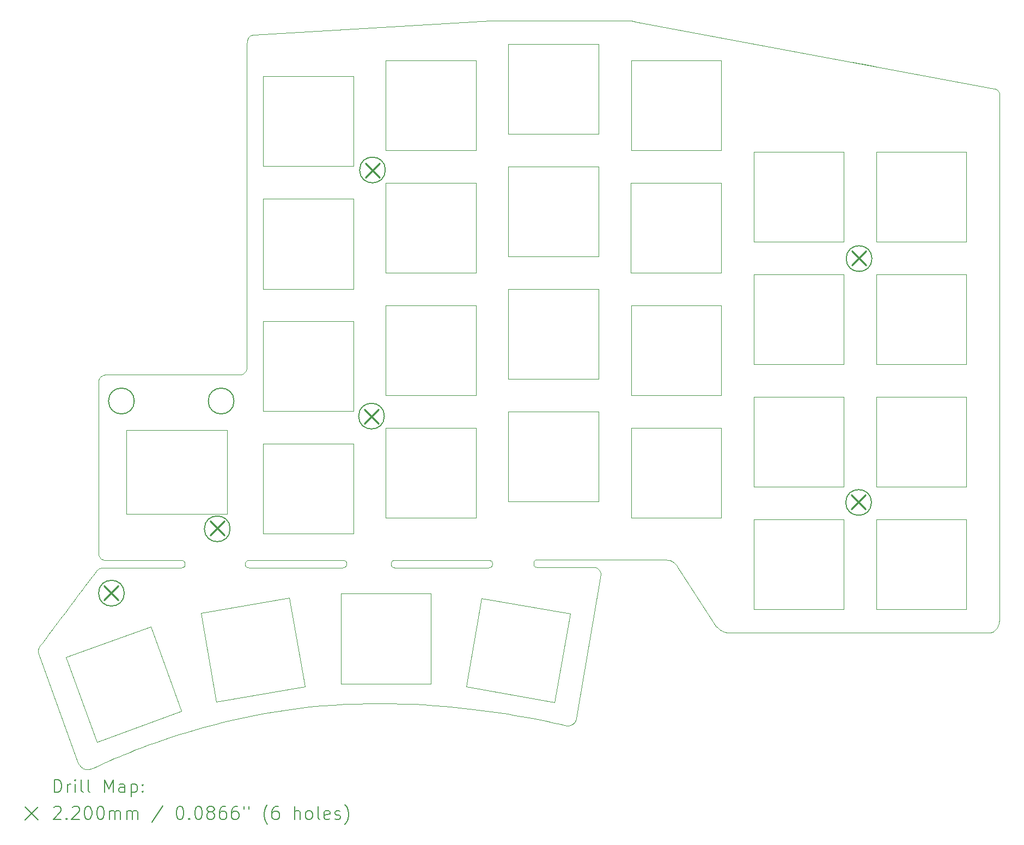
<source format=gbr>
%FSLAX45Y45*%
G04 Gerber Fmt 4.5, Leading zero omitted, Abs format (unit mm)*
G04 Created by KiCad (PCBNEW (6.0.0)) date 2022-08-16 23:32:20*
%MOMM*%
%LPD*%
G01*
G04 APERTURE LIST*
%ADD10C,0.090000*%
%TA.AperFunction,Profile*%
%ADD11C,0.090000*%
%TD*%
%TA.AperFunction,Profile*%
%ADD12C,0.200000*%
%TD*%
%ADD13C,0.200000*%
%ADD14C,0.220000*%
G04 APERTURE END LIST*
D10*
X11189773Y-3923319D02*
X11189773Y-3935737D01*
X11189773Y-3971987D01*
X11189773Y-4030563D01*
X11189773Y-4109959D01*
X11189773Y-4208670D01*
X11189773Y-4325188D01*
X11189773Y-4458008D01*
X11189773Y-4605625D01*
X11189773Y-4766531D01*
X11189773Y-4939222D01*
X11189773Y-5122191D01*
X11189773Y-5313932D01*
X11189773Y-5512940D01*
X11189773Y-5717707D01*
X11189773Y-5926729D01*
X11189773Y-6138499D01*
X11189773Y-6351512D01*
X11189773Y-6564261D01*
X11189773Y-6775240D01*
X11189773Y-6982943D01*
X11189773Y-7185865D01*
X11189773Y-7382500D01*
X11189773Y-7571340D01*
X11189773Y-7750882D01*
X11189773Y-7919617D01*
X11189773Y-8076041D01*
X11189773Y-8218648D01*
X11189773Y-8345931D01*
X11189773Y-8456385D01*
X11189773Y-8548503D01*
X11189773Y-8620780D01*
X11189773Y-8671709D01*
X20949099Y-4275744D02*
X20601612Y-4210834D01*
X10856751Y-9072818D02*
X9237583Y-9072818D01*
D11*
X8855816Y-14781765D02*
X8376988Y-13466197D01*
X17159400Y-7990499D02*
X18559400Y-7990499D01*
X12842444Y-5830500D02*
X11442444Y-5830500D01*
X10877194Y-9933246D02*
X10877194Y-11233246D01*
D10*
X22700639Y-13084958D02*
X22718236Y-13084331D01*
X22734674Y-13082502D01*
X22749992Y-13079552D01*
X22764229Y-13075560D01*
X22777424Y-13070607D01*
X22789618Y-13064774D01*
X22800850Y-13058139D01*
X22811158Y-13050783D01*
X22820583Y-13042786D01*
X22829163Y-13034229D01*
X22836938Y-13025191D01*
X22843948Y-13015753D01*
X22850232Y-13005994D01*
X22855830Y-12995996D01*
X22860780Y-12985836D01*
X22865122Y-12975597D01*
X22868896Y-12965358D01*
X22872141Y-12955199D01*
X22874896Y-12945200D01*
X22877201Y-12935441D01*
X22879095Y-12926003D01*
X22880617Y-12916965D01*
X22882706Y-12900411D01*
X22883782Y-12886421D01*
X22884160Y-12875634D01*
X22884084Y-12866236D01*
D11*
X17157444Y-6085500D02*
X18557443Y-6085500D01*
D10*
X12734667Y-12012513D02*
X12734016Y-12024814D01*
X12732104Y-12035347D01*
X12728993Y-12044248D01*
X12722214Y-12054830D01*
X12713087Y-12062495D01*
X12701821Y-12067694D01*
X12688624Y-12070882D01*
X12678857Y-12072113D01*
X12668387Y-12072787D01*
X12657277Y-12073037D01*
X12645588Y-12072997D01*
X12633382Y-12072803D01*
X12620721Y-12072587D01*
X12607668Y-12072486D01*
D11*
X11442444Y-10145499D02*
X12842444Y-10145499D01*
X22371355Y-8909763D02*
X20971355Y-8909763D01*
D10*
X8765917Y-15198098D02*
X8785791Y-15190198D01*
X8812913Y-15178558D01*
X8847152Y-15163405D01*
X8888377Y-15144967D01*
X8936457Y-15123473D01*
X8991260Y-15099150D01*
X9052657Y-15072226D01*
X9120514Y-15042930D01*
X9194702Y-15011489D01*
X9275090Y-14978132D01*
X9361545Y-14943086D01*
X9453938Y-14906580D01*
X9552136Y-14868841D01*
X9656009Y-14830098D01*
X9765425Y-14790578D01*
X9880254Y-14750510D01*
X10000365Y-14710122D01*
X10125625Y-14669641D01*
X10255905Y-14629295D01*
X10391072Y-14589314D01*
X10530997Y-14549924D01*
X10675547Y-14511354D01*
X10824591Y-14473832D01*
X10977999Y-14437585D01*
X11135640Y-14402842D01*
X11297381Y-14369832D01*
X11463093Y-14338780D01*
X11632643Y-14309917D01*
X11805901Y-14283470D01*
X11982736Y-14259666D01*
X12163017Y-14238735D01*
X12346611Y-14220903D01*
D11*
X16216275Y-12788951D02*
X15973168Y-14167682D01*
X16652444Y-11045500D02*
X15252444Y-11045500D01*
D10*
X10095186Y-12072486D02*
X8945835Y-12072486D01*
D11*
X17159400Y-9390499D02*
X17159400Y-7990499D01*
X12842444Y-7738000D02*
X11442444Y-7738000D01*
X11442444Y-8240499D02*
X12842444Y-8240499D01*
X13347444Y-11295499D02*
X13347444Y-9895499D01*
X20466356Y-8909763D02*
X19066356Y-8909763D01*
D10*
X8945835Y-12072486D02*
X8935020Y-12073935D01*
X8924425Y-12076261D01*
X8914086Y-12079413D01*
X8904038Y-12083338D01*
X8894316Y-12087984D01*
X8884954Y-12093299D01*
X8875988Y-12099230D01*
X8867452Y-12105724D01*
X8859381Y-12112731D01*
X8851810Y-12120196D01*
X8847058Y-12125402D01*
D11*
X13347444Y-9895499D02*
X14747444Y-9895499D01*
X15252444Y-9140499D02*
X15252444Y-7740500D01*
X14747356Y-7990499D02*
X14747356Y-9390499D01*
D10*
X17199776Y-3576891D02*
X17165557Y-3570541D01*
D11*
X22371356Y-10814763D02*
X20971356Y-10814763D01*
D12*
X10987444Y-9480500D02*
G75*
G03*
X10987444Y-9480500I-200000J0D01*
G01*
D11*
X20466356Y-12722265D02*
X19066356Y-12722265D01*
X18557443Y-7485500D02*
X17157444Y-7485500D01*
X16652444Y-9645500D02*
X16652444Y-11045500D01*
D10*
X17226587Y-3581830D02*
X17199776Y-3576891D01*
D11*
X13347444Y-4180500D02*
X14747444Y-4180500D01*
D10*
X12607668Y-11956070D02*
X12620721Y-11955928D01*
X12633382Y-11955601D01*
X12645588Y-11955232D01*
X12657277Y-11954967D01*
X12668387Y-11954950D01*
X12678857Y-11955325D01*
X12688624Y-11956238D01*
X12697626Y-11957833D01*
X12709559Y-11961821D01*
X12719423Y-11968158D01*
X12727007Y-11977331D01*
X12732104Y-11989831D01*
X12734016Y-12000252D01*
X12734667Y-12012513D01*
D11*
X17159400Y-11295499D02*
X17159400Y-9895499D01*
X12842444Y-10145499D02*
X12842444Y-11545499D01*
X19066356Y-10814763D02*
X19066356Y-9414763D01*
X22371356Y-12722265D02*
X20971356Y-12722265D01*
D10*
X18682502Y-13084958D02*
X18693478Y-13084958D01*
X18725496Y-13084958D01*
X18777191Y-13084958D01*
X18847198Y-13084958D01*
X18934152Y-13084958D01*
X19036689Y-13084958D01*
X19153444Y-13084958D01*
X19283051Y-13084958D01*
X19424145Y-13084958D01*
X19575362Y-13084958D01*
X19735338Y-13084958D01*
X19902706Y-13084958D01*
X20076102Y-13084958D01*
X20254161Y-13084958D01*
X20435519Y-13084958D01*
X20618810Y-13084958D01*
X20802669Y-13084958D01*
X20985732Y-13084958D01*
X21166634Y-13084958D01*
X21344009Y-13084958D01*
X21516493Y-13084958D01*
X21682722Y-13084958D01*
X21841329Y-13084958D01*
X21990950Y-13084958D01*
X22130220Y-13084958D01*
X22257775Y-13084958D01*
X22372249Y-13084958D01*
X22472278Y-13084958D01*
X22556496Y-13084958D01*
X22623539Y-13084958D01*
X22672042Y-13084958D01*
X22700639Y-13084958D01*
D11*
X11442444Y-11545499D02*
X11442444Y-10145499D01*
X20971356Y-11322265D02*
X22371356Y-11322265D01*
X20971356Y-10814763D02*
X20971356Y-9414763D01*
X20971356Y-7004764D02*
X20971356Y-5604764D01*
D10*
X17878169Y-12047791D02*
X18449667Y-12940320D01*
D11*
X20466355Y-7004764D02*
X19066355Y-7004764D01*
X19066356Y-7509764D02*
X20466356Y-7509764D01*
X22371356Y-11322265D02*
X22371356Y-12722265D01*
D10*
X15002324Y-12012513D02*
X15001672Y-12024814D01*
X14999760Y-12035347D01*
X14996650Y-12044248D01*
X14989871Y-12054830D01*
X14980744Y-12062495D01*
X14969477Y-12067694D01*
X14956280Y-12070882D01*
X14946514Y-12072113D01*
X14936044Y-12072787D01*
X14924934Y-12073037D01*
X14913245Y-12072997D01*
X14901039Y-12072803D01*
X14888378Y-12072587D01*
X14875324Y-12072486D01*
D11*
X18559400Y-9390499D02*
X17159400Y-9390499D01*
X11442444Y-5830500D02*
X11442444Y-4430500D01*
D10*
X8993183Y-9072818D02*
X8981451Y-9073388D01*
X8970101Y-9075064D01*
X8959185Y-9077794D01*
X8948755Y-9081527D01*
X8938862Y-9086210D01*
X8929559Y-9091793D01*
X8920896Y-9098224D01*
X8912926Y-9105450D01*
X8905700Y-9113420D01*
X8899269Y-9122083D01*
X8893687Y-9131386D01*
X8889003Y-9141279D01*
X8885270Y-9151709D01*
X8882540Y-9162625D01*
X8880864Y-9173975D01*
X8880294Y-9185707D01*
D12*
X13324956Y-9715764D02*
G75*
G03*
X13324956Y-9715764I-200000J0D01*
G01*
D11*
X16652444Y-9140499D02*
X15252444Y-9140499D01*
D10*
X14875324Y-11956070D02*
X14888378Y-11955928D01*
X14901039Y-11955601D01*
X14913245Y-11955232D01*
X14924934Y-11954967D01*
X14936044Y-11954950D01*
X14946514Y-11955325D01*
X14956280Y-11956238D01*
X14965282Y-11957833D01*
X14977216Y-11961821D01*
X14987079Y-11968158D01*
X14994664Y-11977331D01*
X14999760Y-11989831D01*
X15001672Y-12000252D01*
X15002324Y-12012513D01*
D11*
X18559400Y-4180500D02*
X18559400Y-5580500D01*
X12647356Y-12475763D02*
X14047356Y-12475763D01*
X14747356Y-9390499D02*
X13347356Y-9390499D01*
D12*
X13340156Y-5887864D02*
G75*
G03*
X13340156Y-5887864I-200000J0D01*
G01*
D11*
X19066356Y-12722265D02*
X19066356Y-11322265D01*
X17159400Y-4180500D02*
X18559400Y-4180500D01*
X10714545Y-14160682D02*
X10471437Y-12781951D01*
X22371356Y-7004764D02*
X20971356Y-7004764D01*
D10*
X11294194Y-3784325D02*
X11284179Y-3785158D01*
X11274825Y-3786699D01*
X11258005Y-3791715D01*
X11243555Y-3798986D01*
X11231295Y-3808126D01*
X11221047Y-3818751D01*
X11212631Y-3830474D01*
X11205867Y-3842910D01*
X11200577Y-3855674D01*
X11196580Y-3868380D01*
X11193698Y-3880643D01*
X11191752Y-3892076D01*
X11190561Y-3902296D01*
X11189800Y-3914505D01*
X11189773Y-3923319D01*
X13428936Y-12012513D02*
X13429587Y-12000252D01*
X13431499Y-11989831D01*
X13434610Y-11981104D01*
X13441388Y-11970876D01*
X13450515Y-11963648D01*
X13461782Y-11958931D01*
X13474979Y-11956238D01*
X13484746Y-11955325D01*
X13495215Y-11954950D01*
X13506325Y-11954967D01*
X13518015Y-11955232D01*
X13530221Y-11955601D01*
X13542881Y-11955928D01*
X13555935Y-11956070D01*
D11*
X22371355Y-7509764D02*
X22371355Y-8909763D01*
D10*
X22884084Y-4710013D02*
X22883173Y-4696814D01*
X22880598Y-4684954D01*
X22876596Y-4674365D01*
X22871406Y-4664979D01*
X22865265Y-4656731D01*
X22858411Y-4649552D01*
X22851082Y-4643376D01*
X22843515Y-4638135D01*
X22832238Y-4631880D01*
X22821764Y-4627353D01*
X22812895Y-4624325D01*
X22803857Y-4621995D01*
X22802946Y-4621819D01*
D11*
X11442444Y-9640499D02*
X11442444Y-8240499D01*
X10171385Y-14302938D02*
X8855816Y-14781765D01*
X18559400Y-11295499D02*
X17159400Y-11295499D01*
X16652444Y-7235500D02*
X15252444Y-7235500D01*
X12647356Y-13875763D02*
X12647356Y-12475763D01*
X20466356Y-11322265D02*
X20466356Y-12722265D01*
X16652444Y-5330500D02*
X15252444Y-5330500D01*
D10*
X14875324Y-12072486D02*
X13555935Y-12072486D01*
D11*
X20971356Y-12722265D02*
X20971356Y-11322265D01*
X14837545Y-12545844D02*
X16216275Y-12788951D01*
X18559400Y-7990499D02*
X18559400Y-9390499D01*
D10*
X8945746Y-12072348D02*
X8945746Y-12072348D01*
D11*
X22371356Y-9414763D02*
X22371356Y-10814763D01*
X9692557Y-12987368D02*
X10171385Y-14302938D01*
X16652444Y-7740500D02*
X16652444Y-9140499D01*
X11850168Y-12538844D02*
X12093275Y-13917575D01*
D10*
X11161279Y-12012513D02*
X11161930Y-12000252D01*
X11163842Y-11989831D01*
X11166953Y-11981104D01*
X11173732Y-11970876D01*
X11182859Y-11963648D01*
X11194125Y-11958931D01*
X11207322Y-11956238D01*
X11217089Y-11955325D01*
X11227559Y-11954950D01*
X11238669Y-11954967D01*
X11250358Y-11955232D01*
X11262564Y-11955601D01*
X11275225Y-11955928D01*
X11288278Y-11956070D01*
D11*
X10877194Y-11233246D02*
X9317194Y-11233246D01*
X9317194Y-9933246D02*
X10877194Y-9933246D01*
X18559400Y-5580500D02*
X17159400Y-5580500D01*
X14047356Y-13875763D02*
X12647356Y-13875763D01*
X12093275Y-13917575D02*
X10714545Y-14160682D01*
X14047356Y-12475763D02*
X14047356Y-13875763D01*
D10*
X11186500Y-8957982D02*
X11185930Y-8969714D01*
X11184254Y-8981064D01*
X11181523Y-8991980D01*
X11177791Y-9002410D01*
X11173107Y-9012303D01*
X11167524Y-9021606D01*
X11161094Y-9030269D01*
X11153868Y-9038239D01*
X11145897Y-9045465D01*
X11137235Y-9051896D01*
X11127931Y-9057478D01*
X11118038Y-9062162D01*
X11107608Y-9065895D01*
X11096693Y-9068625D01*
X11085343Y-9070301D01*
X11073611Y-9070871D01*
D11*
X18559400Y-9895499D02*
X18559400Y-11295499D01*
X11442444Y-7738000D02*
X11442444Y-6338000D01*
X12842444Y-8240499D02*
X12842444Y-9640499D01*
X20466356Y-10814763D02*
X19066356Y-10814763D01*
D10*
X20601612Y-4210834D02*
X20612653Y-4212883D01*
X20623684Y-4214931D01*
X20634704Y-4216976D01*
X20645713Y-4219020D01*
X20656712Y-4221062D01*
X20667699Y-4223102D01*
X20678676Y-4225140D01*
X20689641Y-4227177D01*
X20700595Y-4229213D01*
X20711537Y-4231246D01*
X20722468Y-4233279D01*
X20733387Y-4235310D01*
X20744294Y-4237339D01*
X20755189Y-4239368D01*
X20766072Y-4241395D01*
X20776943Y-4243421D01*
X20787801Y-4245446D01*
X20798647Y-4247471D01*
X20809480Y-4249494D01*
X20820300Y-4251516D01*
X20831107Y-4253538D01*
X20841902Y-4255559D01*
X20852683Y-4257579D01*
X20863451Y-4259599D01*
X20874205Y-4261618D01*
X20884946Y-4263637D01*
X20895673Y-4265655D01*
X20906386Y-4267674D01*
X20917086Y-4269691D01*
X20927771Y-4271709D01*
X20938442Y-4273726D01*
X20949099Y-4275744D01*
X16309365Y-14409639D02*
X16689307Y-12178319D01*
X10095186Y-11956070D02*
X10108239Y-11955928D01*
X10120900Y-11955601D01*
X10133106Y-11955232D01*
X10144795Y-11954967D01*
X10155905Y-11954950D01*
X10166375Y-11955325D01*
X10176142Y-11956238D01*
X10185144Y-11957833D01*
X10197077Y-11961821D01*
X10206940Y-11968158D01*
X10214525Y-11977331D01*
X10219622Y-11989831D01*
X10221534Y-12000252D01*
X10222185Y-12012513D01*
X13555935Y-11956070D02*
X14875324Y-11956070D01*
X8564836Y-15102848D02*
X8568873Y-15112367D01*
X8572875Y-15120462D01*
X8578335Y-15130239D01*
X8585314Y-15141186D01*
X8593874Y-15152792D01*
X8604077Y-15164545D01*
X8615986Y-15175934D01*
X8629662Y-15186447D01*
X8645167Y-15195572D01*
X8653625Y-15199455D01*
X8662564Y-15202798D01*
X8671991Y-15205539D01*
X8681914Y-15207614D01*
X8692341Y-15208958D01*
X8703280Y-15209507D01*
X8714737Y-15209198D01*
X8726722Y-15207967D01*
X8739242Y-15205749D01*
X8752304Y-15202481D01*
X8765917Y-15198098D01*
D12*
X20903856Y-7266264D02*
G75*
G03*
X20903856Y-7266264I-200000J0D01*
G01*
D11*
X20971355Y-7509764D02*
X22371355Y-7509764D01*
D10*
X16689307Y-12178319D02*
X16688737Y-12166587D01*
X16687061Y-12155237D01*
X16684331Y-12144321D01*
X16680598Y-12133891D01*
X16675914Y-12123999D01*
X16670331Y-12114695D01*
X16663901Y-12106032D01*
X16656675Y-12098062D01*
X16648705Y-12090836D01*
X16640042Y-12084406D01*
X16630738Y-12078823D01*
X16620846Y-12074139D01*
X16610416Y-12070406D01*
X16599500Y-12067676D01*
X16588150Y-12066000D01*
X16576418Y-12065430D01*
D11*
X14747356Y-6085500D02*
X14747356Y-7485500D01*
X20466356Y-7509764D02*
X20466356Y-8909763D01*
D12*
X10927356Y-11467764D02*
G75*
G03*
X10927356Y-11467764I-200000J0D01*
G01*
D11*
X20466355Y-5604764D02*
X20466355Y-7004764D01*
X13347356Y-6085500D02*
X14747356Y-6085500D01*
X14747444Y-5580500D02*
X13347444Y-5580500D01*
X17159400Y-5580500D02*
X17159400Y-4180500D01*
X20971355Y-8909763D02*
X20971355Y-7509764D01*
X12842444Y-6338000D02*
X12842444Y-7738000D01*
X17157444Y-7485500D02*
X17157444Y-6085500D01*
D10*
X17165557Y-3570541D02*
X17151844Y-3569300D01*
X17127081Y-3568216D01*
X17092021Y-3567282D01*
X17047418Y-3566490D01*
X16994025Y-3565833D01*
X16932594Y-3565302D01*
X16863880Y-3564890D01*
X16788636Y-3564589D01*
X16707614Y-3564391D01*
X16621567Y-3564289D01*
X16531250Y-3564275D01*
X16437415Y-3564341D01*
X16340815Y-3564479D01*
X16242204Y-3564682D01*
X16142334Y-3564941D01*
X16041959Y-3565250D01*
X15941832Y-3565600D01*
X15842707Y-3565984D01*
X15745336Y-3566393D01*
X15650472Y-3566821D01*
X15558870Y-3567259D01*
X15471281Y-3567699D01*
X15388459Y-3568135D01*
X15311158Y-3568557D01*
X15240130Y-3568959D01*
X15176129Y-3569332D01*
X15119908Y-3569669D01*
X15072220Y-3569963D01*
X15033818Y-3570204D01*
X15005456Y-3570386D01*
X14987886Y-3570501D01*
X14981862Y-3570541D01*
D11*
X15252444Y-3930500D02*
X16652444Y-3930500D01*
D10*
X8878806Y-9409367D02*
X8878806Y-11843180D01*
X11189773Y-8671709D02*
X11186500Y-8957982D01*
D11*
X15252444Y-5835500D02*
X16652444Y-5835500D01*
X20971356Y-5604764D02*
X22371356Y-5604764D01*
D10*
X12346611Y-14220903D02*
X12531324Y-14206575D01*
X12714842Y-14195863D01*
X12896859Y-14188561D01*
X13077068Y-14184461D01*
X13255164Y-14183355D01*
X13430840Y-14185037D01*
X13603790Y-14189299D01*
X13773708Y-14195933D01*
X13940287Y-14204732D01*
X14103223Y-14215490D01*
X14262207Y-14227998D01*
X14416935Y-14242049D01*
X14567099Y-14257436D01*
X14712395Y-14273951D01*
X14852515Y-14291388D01*
X14987153Y-14309539D01*
X15116004Y-14328195D01*
X15238761Y-14347151D01*
X15355117Y-14366199D01*
X15464768Y-14385131D01*
X15567405Y-14403740D01*
X15662725Y-14421819D01*
X15750419Y-14439160D01*
X15830182Y-14455556D01*
X15901708Y-14470799D01*
X15964691Y-14484683D01*
X16018824Y-14497000D01*
X16063801Y-14507542D01*
X16099316Y-14516103D01*
X16125063Y-14522474D01*
X16140736Y-14526449D01*
X16146029Y-14527820D01*
X17715890Y-11952543D02*
X17726287Y-11952816D01*
X17736316Y-11953612D01*
X17745977Y-11954897D01*
X17755274Y-11956635D01*
X17764210Y-11958792D01*
X17781005Y-11964222D01*
X17796385Y-11970907D01*
X17810370Y-11978570D01*
X17822980Y-11986929D01*
X17834236Y-11995708D01*
X17844159Y-12004626D01*
X17852769Y-12013404D01*
X17860087Y-12021764D01*
X17866134Y-12029426D01*
X17872867Y-12039001D01*
X17877587Y-12046721D01*
X17878169Y-12047791D01*
D11*
X15252444Y-7235500D02*
X15252444Y-5835500D01*
D10*
X18449667Y-12940320D02*
X18458840Y-12954144D01*
X18468211Y-12967059D01*
X18477751Y-12979098D01*
X18487425Y-12990290D01*
X18497201Y-13000667D01*
X18507049Y-13010259D01*
X18516935Y-13019098D01*
X18526827Y-13027213D01*
X18536694Y-13034636D01*
X18546502Y-13041397D01*
X18556220Y-13047527D01*
X18565816Y-13053057D01*
X18575258Y-13058017D01*
X18584512Y-13062439D01*
X18593548Y-13066352D01*
X18602333Y-13069789D01*
X18610835Y-13072779D01*
X18626860Y-13077542D01*
X18641366Y-13080889D01*
X18654096Y-13083064D01*
X18664793Y-13084315D01*
X18676462Y-13084994D01*
X18682502Y-13084958D01*
D11*
X11442444Y-4430500D02*
X12842444Y-4430500D01*
X12842444Y-11545499D02*
X11442444Y-11545499D01*
X14747356Y-7485500D02*
X13347356Y-7485500D01*
D12*
X9282357Y-12468764D02*
G75*
G03*
X9282357Y-12468764I-200000J0D01*
G01*
D10*
X13555935Y-12072486D02*
X13542881Y-12072587D01*
X13530221Y-12072803D01*
X13518015Y-12072997D01*
X13506325Y-12073037D01*
X13495215Y-12072787D01*
X13484746Y-12072113D01*
X13474979Y-12070882D01*
X13465977Y-12068958D01*
X13454044Y-12064479D01*
X13444180Y-12057687D01*
X13436595Y-12048127D01*
X13431499Y-12035347D01*
X13429587Y-12024814D01*
X13428936Y-12012513D01*
D11*
X19066356Y-8909763D02*
X19066356Y-7509764D01*
D10*
X17226587Y-3581830D02*
X17199776Y-3576891D01*
D11*
X20971356Y-9414763D02*
X22371356Y-9414763D01*
D10*
X10222185Y-12012513D02*
X10221534Y-12024814D01*
X10219622Y-12035347D01*
X10216511Y-12044248D01*
X10209732Y-12054830D01*
X10200605Y-12062495D01*
X10189338Y-12067694D01*
X10176142Y-12070882D01*
X10166375Y-12072113D01*
X10155905Y-12072787D01*
X10144795Y-12073037D01*
X10133106Y-12072997D01*
X10120900Y-12072803D01*
X10108239Y-12072587D01*
X10095186Y-12072486D01*
D11*
X18557443Y-6085500D02*
X18557443Y-7485500D01*
X11442444Y-6338000D02*
X12842444Y-6338000D01*
X9317194Y-11233246D02*
X9317194Y-9933246D01*
D10*
X8847058Y-12125402D02*
X8841109Y-12132348D01*
X8840002Y-12135985D01*
D11*
X12842444Y-4430500D02*
X12842444Y-5830500D01*
X19066356Y-9414763D02*
X20466356Y-9414763D01*
X19066355Y-7004764D02*
X19066355Y-5604764D01*
D10*
X11288278Y-11956070D02*
X12607668Y-11956070D01*
X11288278Y-12072486D02*
X11275225Y-12072587D01*
X11262564Y-12072803D01*
X11250358Y-12072997D01*
X11238669Y-12073037D01*
X11227559Y-12072787D01*
X11217089Y-12072113D01*
X11207322Y-12070882D01*
X11198320Y-12068958D01*
X11186387Y-12064479D01*
X11176523Y-12057687D01*
X11168939Y-12048127D01*
X11163842Y-12035347D01*
X11161930Y-12024814D01*
X11161279Y-12012513D01*
D11*
X15252444Y-11045500D02*
X15252444Y-9645500D01*
X15252444Y-5330500D02*
X15252444Y-3930500D01*
D12*
X9437445Y-9480500D02*
G75*
G03*
X9437445Y-9480500I-200000J0D01*
G01*
D10*
X14981862Y-3570541D02*
X11294194Y-3784325D01*
D11*
X20466356Y-9414763D02*
X20466356Y-10814763D01*
D10*
X15770673Y-12065430D02*
X15757619Y-12065531D01*
X15744958Y-12065747D01*
X15732752Y-12065941D01*
X15721063Y-12065981D01*
X15709953Y-12065732D01*
X15699483Y-12065058D01*
X15689717Y-12063827D01*
X15680715Y-12061903D01*
X15668781Y-12057425D01*
X15658918Y-12050633D01*
X15651333Y-12041073D01*
X15646236Y-12028293D01*
X15644324Y-12017760D01*
X15643673Y-12005459D01*
X15770673Y-11949014D02*
X17715890Y-11952543D01*
X8991696Y-11956070D02*
X10095186Y-11956070D01*
D12*
X20896856Y-11058263D02*
G75*
G03*
X20896856Y-11058263I-200000J0D01*
G01*
D11*
X19066355Y-5604764D02*
X20466355Y-5604764D01*
X13347444Y-5580500D02*
X13347444Y-4180500D01*
D10*
X17199776Y-3576891D02*
X17209066Y-3578516D01*
X17218436Y-3580196D01*
X17226587Y-3581830D01*
D11*
X16652444Y-3930500D02*
X16652444Y-5330500D01*
X17159400Y-9895499D02*
X18559400Y-9895499D01*
D10*
X15643673Y-12005459D02*
X15644324Y-11993198D01*
X15646236Y-11982777D01*
X15649347Y-11974050D01*
X15656126Y-11963822D01*
X15665253Y-11956594D01*
X15676520Y-11951877D01*
X15689717Y-11949183D01*
X15699483Y-11948270D01*
X15709953Y-11947894D01*
X15721063Y-11947911D01*
X15732752Y-11948176D01*
X15744958Y-11948545D01*
X15757619Y-11948872D01*
X15770673Y-11949014D01*
D11*
X15973168Y-14167682D02*
X14594437Y-13924575D01*
X19066356Y-11322265D02*
X20466356Y-11322265D01*
X14747444Y-4180500D02*
X14747444Y-5580500D01*
D10*
X22884084Y-12866236D02*
X22884084Y-12843049D01*
X22884084Y-12775451D01*
X22884084Y-12666390D01*
X22884084Y-12518812D01*
X22884084Y-12335661D01*
X22884084Y-12119886D01*
X22884084Y-11874431D01*
X22884084Y-11602244D01*
X22884084Y-11306270D01*
X22884084Y-10989456D01*
X22884084Y-10654747D01*
X22884084Y-10305090D01*
X22884084Y-9943431D01*
X22884084Y-9572717D01*
X22884084Y-9195893D01*
X22884084Y-8815906D01*
X22884084Y-8435702D01*
X22884084Y-8058227D01*
X22884084Y-7686428D01*
X22884084Y-7323250D01*
X22884084Y-6971639D01*
X22884084Y-6634543D01*
X22884084Y-6314907D01*
X22884084Y-6015677D01*
X22884084Y-5739800D01*
X22884084Y-5490222D01*
X22884084Y-5269888D01*
X22884084Y-5081746D01*
X22884084Y-4928741D01*
X22884084Y-4813820D01*
X22884084Y-4739929D01*
X22884084Y-4710013D01*
D11*
X13347356Y-7990499D02*
X14747356Y-7990499D01*
X13347356Y-9390499D02*
X13347356Y-7990499D01*
X12842444Y-9640499D02*
X11442444Y-9640499D01*
D10*
X7968640Y-13293098D02*
X7962515Y-13302516D01*
X7957340Y-13312225D01*
X7953075Y-13322181D01*
X7949678Y-13332344D01*
X7947108Y-13342672D01*
X7945323Y-13353125D01*
X7944283Y-13363660D01*
X7943945Y-13374237D01*
X7943945Y-13374237D02*
X7944415Y-13383496D01*
X7945676Y-13392757D01*
X7947507Y-13402017D01*
X7949685Y-13411278D01*
X7951001Y-13416570D01*
D11*
X22371356Y-5604764D02*
X22371356Y-7004764D01*
X10471437Y-12781951D02*
X11850168Y-12538844D01*
D10*
X22802946Y-4621819D02*
X17226587Y-3581830D01*
D11*
X14594437Y-13924575D02*
X14837545Y-12545844D01*
D10*
X12607668Y-12072486D02*
X11288278Y-12072486D01*
X8880294Y-9185707D02*
X8878806Y-9409367D01*
X9237583Y-9072818D02*
X8993183Y-9072818D01*
X11073611Y-9070871D02*
X10856751Y-9072818D01*
D11*
X14747444Y-9895499D02*
X14747444Y-11295499D01*
X16652444Y-5835500D02*
X16652444Y-7235500D01*
X13347356Y-7485500D02*
X13347356Y-6085500D01*
D10*
X16308308Y-14414931D02*
X16309365Y-14409639D01*
X8840002Y-12135985D02*
X8830255Y-12148941D01*
X8818547Y-12164504D01*
X8802705Y-12185560D01*
X8783047Y-12211689D01*
X8759890Y-12242467D01*
X8733551Y-12277474D01*
X8704347Y-12316288D01*
X8672596Y-12358486D01*
X8638614Y-12403648D01*
X8602719Y-12451350D01*
X8565227Y-12501173D01*
X8526457Y-12552692D01*
X8486725Y-12605488D01*
X8446348Y-12659137D01*
X8405644Y-12713218D01*
X8364929Y-12767310D01*
X8324521Y-12820990D01*
X8284737Y-12873838D01*
X8245894Y-12925430D01*
X8208310Y-12975345D01*
X8172301Y-13023161D01*
X8138185Y-13068457D01*
X8106278Y-13110810D01*
X8076899Y-13149800D01*
X8050364Y-13185003D01*
X8026990Y-13215999D01*
X8007094Y-13242365D01*
X7990994Y-13263680D01*
X7979007Y-13279522D01*
X7971450Y-13289468D01*
X7968640Y-13293098D01*
D11*
X15252444Y-7740500D02*
X16652444Y-7740500D01*
X15252444Y-9645500D02*
X16652444Y-9645500D01*
D10*
X8878806Y-11843180D02*
X8879377Y-11854912D01*
X8881053Y-11866262D01*
X8883783Y-11877178D01*
X8887516Y-11887608D01*
X8892199Y-11897501D01*
X8897782Y-11906804D01*
X8904213Y-11915467D01*
X8911439Y-11923437D01*
X8919409Y-11930663D01*
X8928072Y-11937094D01*
X8937375Y-11942676D01*
X8947268Y-11947360D01*
X8957698Y-11951093D01*
X8968614Y-11953823D01*
X8979964Y-11955499D01*
X8991696Y-11956070D01*
D11*
X8376988Y-13466197D02*
X9692557Y-12987368D01*
X14747444Y-11295499D02*
X13347444Y-11295499D01*
D10*
X7951001Y-13416570D02*
X8564836Y-15102848D01*
X16146029Y-14527820D02*
X16158284Y-14529192D01*
X16171902Y-14529520D01*
X16182986Y-14528979D01*
X16195281Y-14527510D01*
X16208452Y-14524840D01*
X16222164Y-14520695D01*
X16236079Y-14514800D01*
X16249863Y-14506882D01*
X16263179Y-14496667D01*
X16275691Y-14483881D01*
X16281541Y-14476438D01*
X16287064Y-14468250D01*
X16292219Y-14459283D01*
X16296962Y-14449501D01*
X16301253Y-14438872D01*
X16305049Y-14427360D01*
X16308308Y-14414931D01*
X16576418Y-12065430D02*
X15770673Y-12065430D01*
D13*
D14*
X8969857Y-12351264D02*
X9189857Y-12571264D01*
X9189857Y-12351264D02*
X8969857Y-12571264D01*
X10614856Y-11350264D02*
X10834856Y-11570264D01*
X10834856Y-11350264D02*
X10614856Y-11570264D01*
X13015280Y-9611640D02*
X13235280Y-9831640D01*
X13235280Y-9611640D02*
X13015280Y-9831640D01*
X13035280Y-5783640D02*
X13255280Y-6003640D01*
X13255280Y-5783640D02*
X13035280Y-6003640D01*
X20584356Y-10940763D02*
X20804356Y-11160763D01*
X20804356Y-10940763D02*
X20584356Y-11160763D01*
X20591356Y-7148764D02*
X20811356Y-7368764D01*
X20811356Y-7148764D02*
X20591356Y-7368764D01*
D13*
X8197064Y-15565991D02*
X8197064Y-15365991D01*
X8244683Y-15365991D01*
X8273255Y-15375515D01*
X8292302Y-15394562D01*
X8301826Y-15413610D01*
X8311350Y-15451705D01*
X8311350Y-15480277D01*
X8301826Y-15518372D01*
X8292302Y-15537420D01*
X8273255Y-15556467D01*
X8244683Y-15565991D01*
X8197064Y-15565991D01*
X8397064Y-15565991D02*
X8397064Y-15432658D01*
X8397064Y-15470753D02*
X8406588Y-15451705D01*
X8416112Y-15442181D01*
X8435160Y-15432658D01*
X8454207Y-15432658D01*
X8520874Y-15565991D02*
X8520874Y-15432658D01*
X8520874Y-15365991D02*
X8511350Y-15375515D01*
X8520874Y-15385039D01*
X8530398Y-15375515D01*
X8520874Y-15365991D01*
X8520874Y-15385039D01*
X8644683Y-15565991D02*
X8625636Y-15556467D01*
X8616112Y-15537420D01*
X8616112Y-15365991D01*
X8749445Y-15565991D02*
X8730398Y-15556467D01*
X8720874Y-15537420D01*
X8720874Y-15365991D01*
X8978017Y-15565991D02*
X8978017Y-15365991D01*
X9044683Y-15508848D01*
X9111350Y-15365991D01*
X9111350Y-15565991D01*
X9292302Y-15565991D02*
X9292302Y-15461229D01*
X9282779Y-15442181D01*
X9263731Y-15432658D01*
X9225636Y-15432658D01*
X9206588Y-15442181D01*
X9292302Y-15556467D02*
X9273255Y-15565991D01*
X9225636Y-15565991D01*
X9206588Y-15556467D01*
X9197064Y-15537420D01*
X9197064Y-15518372D01*
X9206588Y-15499324D01*
X9225636Y-15489801D01*
X9273255Y-15489801D01*
X9292302Y-15480277D01*
X9387541Y-15432658D02*
X9387541Y-15632658D01*
X9387541Y-15442181D02*
X9406588Y-15432658D01*
X9444683Y-15432658D01*
X9463731Y-15442181D01*
X9473255Y-15451705D01*
X9482779Y-15470753D01*
X9482779Y-15527896D01*
X9473255Y-15546943D01*
X9463731Y-15556467D01*
X9444683Y-15565991D01*
X9406588Y-15565991D01*
X9387541Y-15556467D01*
X9568493Y-15546943D02*
X9578017Y-15556467D01*
X9568493Y-15565991D01*
X9558969Y-15556467D01*
X9568493Y-15546943D01*
X9568493Y-15565991D01*
X9568493Y-15442181D02*
X9578017Y-15451705D01*
X9568493Y-15461229D01*
X9558969Y-15451705D01*
X9568493Y-15442181D01*
X9568493Y-15461229D01*
X7739445Y-15795515D02*
X7939445Y-15995515D01*
X7939445Y-15795515D02*
X7739445Y-15995515D01*
X8187540Y-15805039D02*
X8197064Y-15795515D01*
X8216112Y-15785991D01*
X8263731Y-15785991D01*
X8282779Y-15795515D01*
X8292302Y-15805039D01*
X8301826Y-15824086D01*
X8301826Y-15843134D01*
X8292302Y-15871705D01*
X8178017Y-15985991D01*
X8301826Y-15985991D01*
X8387540Y-15966943D02*
X8397064Y-15976467D01*
X8387540Y-15985991D01*
X8378017Y-15976467D01*
X8387540Y-15966943D01*
X8387540Y-15985991D01*
X8473255Y-15805039D02*
X8482779Y-15795515D01*
X8501826Y-15785991D01*
X8549445Y-15785991D01*
X8568493Y-15795515D01*
X8578017Y-15805039D01*
X8587541Y-15824086D01*
X8587541Y-15843134D01*
X8578017Y-15871705D01*
X8463731Y-15985991D01*
X8587541Y-15985991D01*
X8711350Y-15785991D02*
X8730398Y-15785991D01*
X8749445Y-15795515D01*
X8758969Y-15805039D01*
X8768493Y-15824086D01*
X8778017Y-15862181D01*
X8778017Y-15909801D01*
X8768493Y-15947896D01*
X8758969Y-15966943D01*
X8749445Y-15976467D01*
X8730398Y-15985991D01*
X8711350Y-15985991D01*
X8692302Y-15976467D01*
X8682779Y-15966943D01*
X8673255Y-15947896D01*
X8663731Y-15909801D01*
X8663731Y-15862181D01*
X8673255Y-15824086D01*
X8682779Y-15805039D01*
X8692302Y-15795515D01*
X8711350Y-15785991D01*
X8901826Y-15785991D02*
X8920874Y-15785991D01*
X8939921Y-15795515D01*
X8949445Y-15805039D01*
X8958969Y-15824086D01*
X8968493Y-15862181D01*
X8968493Y-15909801D01*
X8958969Y-15947896D01*
X8949445Y-15966943D01*
X8939921Y-15976467D01*
X8920874Y-15985991D01*
X8901826Y-15985991D01*
X8882779Y-15976467D01*
X8873255Y-15966943D01*
X8863731Y-15947896D01*
X8854207Y-15909801D01*
X8854207Y-15862181D01*
X8863731Y-15824086D01*
X8873255Y-15805039D01*
X8882779Y-15795515D01*
X8901826Y-15785991D01*
X9054207Y-15985991D02*
X9054207Y-15852658D01*
X9054207Y-15871705D02*
X9063731Y-15862181D01*
X9082779Y-15852658D01*
X9111350Y-15852658D01*
X9130398Y-15862181D01*
X9139921Y-15881229D01*
X9139921Y-15985991D01*
X9139921Y-15881229D02*
X9149445Y-15862181D01*
X9168493Y-15852658D01*
X9197064Y-15852658D01*
X9216112Y-15862181D01*
X9225636Y-15881229D01*
X9225636Y-15985991D01*
X9320874Y-15985991D02*
X9320874Y-15852658D01*
X9320874Y-15871705D02*
X9330398Y-15862181D01*
X9349445Y-15852658D01*
X9378017Y-15852658D01*
X9397064Y-15862181D01*
X9406588Y-15881229D01*
X9406588Y-15985991D01*
X9406588Y-15881229D02*
X9416112Y-15862181D01*
X9435160Y-15852658D01*
X9463731Y-15852658D01*
X9482779Y-15862181D01*
X9492302Y-15881229D01*
X9492302Y-15985991D01*
X9882779Y-15776467D02*
X9711350Y-16033610D01*
X10139921Y-15785991D02*
X10158969Y-15785991D01*
X10178017Y-15795515D01*
X10187541Y-15805039D01*
X10197064Y-15824086D01*
X10206588Y-15862181D01*
X10206588Y-15909801D01*
X10197064Y-15947896D01*
X10187541Y-15966943D01*
X10178017Y-15976467D01*
X10158969Y-15985991D01*
X10139921Y-15985991D01*
X10120874Y-15976467D01*
X10111350Y-15966943D01*
X10101826Y-15947896D01*
X10092302Y-15909801D01*
X10092302Y-15862181D01*
X10101826Y-15824086D01*
X10111350Y-15805039D01*
X10120874Y-15795515D01*
X10139921Y-15785991D01*
X10292302Y-15966943D02*
X10301826Y-15976467D01*
X10292302Y-15985991D01*
X10282779Y-15976467D01*
X10292302Y-15966943D01*
X10292302Y-15985991D01*
X10425636Y-15785991D02*
X10444683Y-15785991D01*
X10463731Y-15795515D01*
X10473255Y-15805039D01*
X10482779Y-15824086D01*
X10492302Y-15862181D01*
X10492302Y-15909801D01*
X10482779Y-15947896D01*
X10473255Y-15966943D01*
X10463731Y-15976467D01*
X10444683Y-15985991D01*
X10425636Y-15985991D01*
X10406588Y-15976467D01*
X10397064Y-15966943D01*
X10387541Y-15947896D01*
X10378017Y-15909801D01*
X10378017Y-15862181D01*
X10387541Y-15824086D01*
X10397064Y-15805039D01*
X10406588Y-15795515D01*
X10425636Y-15785991D01*
X10606588Y-15871705D02*
X10587541Y-15862181D01*
X10578017Y-15852658D01*
X10568493Y-15833610D01*
X10568493Y-15824086D01*
X10578017Y-15805039D01*
X10587541Y-15795515D01*
X10606588Y-15785991D01*
X10644683Y-15785991D01*
X10663731Y-15795515D01*
X10673255Y-15805039D01*
X10682779Y-15824086D01*
X10682779Y-15833610D01*
X10673255Y-15852658D01*
X10663731Y-15862181D01*
X10644683Y-15871705D01*
X10606588Y-15871705D01*
X10587541Y-15881229D01*
X10578017Y-15890753D01*
X10568493Y-15909801D01*
X10568493Y-15947896D01*
X10578017Y-15966943D01*
X10587541Y-15976467D01*
X10606588Y-15985991D01*
X10644683Y-15985991D01*
X10663731Y-15976467D01*
X10673255Y-15966943D01*
X10682779Y-15947896D01*
X10682779Y-15909801D01*
X10673255Y-15890753D01*
X10663731Y-15881229D01*
X10644683Y-15871705D01*
X10854207Y-15785991D02*
X10816112Y-15785991D01*
X10797064Y-15795515D01*
X10787541Y-15805039D01*
X10768493Y-15833610D01*
X10758969Y-15871705D01*
X10758969Y-15947896D01*
X10768493Y-15966943D01*
X10778017Y-15976467D01*
X10797064Y-15985991D01*
X10835160Y-15985991D01*
X10854207Y-15976467D01*
X10863731Y-15966943D01*
X10873255Y-15947896D01*
X10873255Y-15900277D01*
X10863731Y-15881229D01*
X10854207Y-15871705D01*
X10835160Y-15862181D01*
X10797064Y-15862181D01*
X10778017Y-15871705D01*
X10768493Y-15881229D01*
X10758969Y-15900277D01*
X11044683Y-15785991D02*
X11006588Y-15785991D01*
X10987541Y-15795515D01*
X10978017Y-15805039D01*
X10958969Y-15833610D01*
X10949445Y-15871705D01*
X10949445Y-15947896D01*
X10958969Y-15966943D01*
X10968493Y-15976467D01*
X10987541Y-15985991D01*
X11025636Y-15985991D01*
X11044683Y-15976467D01*
X11054207Y-15966943D01*
X11063731Y-15947896D01*
X11063731Y-15900277D01*
X11054207Y-15881229D01*
X11044683Y-15871705D01*
X11025636Y-15862181D01*
X10987541Y-15862181D01*
X10968493Y-15871705D01*
X10958969Y-15881229D01*
X10949445Y-15900277D01*
X11139921Y-15785991D02*
X11139921Y-15824086D01*
X11216112Y-15785991D02*
X11216112Y-15824086D01*
X11511350Y-16062181D02*
X11501826Y-16052658D01*
X11482779Y-16024086D01*
X11473255Y-16005039D01*
X11463731Y-15976467D01*
X11454207Y-15928848D01*
X11454207Y-15890753D01*
X11463731Y-15843134D01*
X11473255Y-15814562D01*
X11482779Y-15795515D01*
X11501826Y-15766943D01*
X11511350Y-15757420D01*
X11673255Y-15785991D02*
X11635159Y-15785991D01*
X11616112Y-15795515D01*
X11606588Y-15805039D01*
X11587540Y-15833610D01*
X11578017Y-15871705D01*
X11578017Y-15947896D01*
X11587540Y-15966943D01*
X11597064Y-15976467D01*
X11616112Y-15985991D01*
X11654207Y-15985991D01*
X11673255Y-15976467D01*
X11682779Y-15966943D01*
X11692302Y-15947896D01*
X11692302Y-15900277D01*
X11682779Y-15881229D01*
X11673255Y-15871705D01*
X11654207Y-15862181D01*
X11616112Y-15862181D01*
X11597064Y-15871705D01*
X11587540Y-15881229D01*
X11578017Y-15900277D01*
X11930398Y-15985991D02*
X11930398Y-15785991D01*
X12016112Y-15985991D02*
X12016112Y-15881229D01*
X12006588Y-15862181D01*
X11987540Y-15852658D01*
X11958969Y-15852658D01*
X11939921Y-15862181D01*
X11930398Y-15871705D01*
X12139921Y-15985991D02*
X12120874Y-15976467D01*
X12111350Y-15966943D01*
X12101826Y-15947896D01*
X12101826Y-15890753D01*
X12111350Y-15871705D01*
X12120874Y-15862181D01*
X12139921Y-15852658D01*
X12168493Y-15852658D01*
X12187540Y-15862181D01*
X12197064Y-15871705D01*
X12206588Y-15890753D01*
X12206588Y-15947896D01*
X12197064Y-15966943D01*
X12187540Y-15976467D01*
X12168493Y-15985991D01*
X12139921Y-15985991D01*
X12320874Y-15985991D02*
X12301826Y-15976467D01*
X12292302Y-15957420D01*
X12292302Y-15785991D01*
X12473255Y-15976467D02*
X12454207Y-15985991D01*
X12416112Y-15985991D01*
X12397064Y-15976467D01*
X12387540Y-15957420D01*
X12387540Y-15881229D01*
X12397064Y-15862181D01*
X12416112Y-15852658D01*
X12454207Y-15852658D01*
X12473255Y-15862181D01*
X12482779Y-15881229D01*
X12482779Y-15900277D01*
X12387540Y-15919324D01*
X12558969Y-15976467D02*
X12578017Y-15985991D01*
X12616112Y-15985991D01*
X12635159Y-15976467D01*
X12644683Y-15957420D01*
X12644683Y-15947896D01*
X12635159Y-15928848D01*
X12616112Y-15919324D01*
X12587540Y-15919324D01*
X12568493Y-15909801D01*
X12558969Y-15890753D01*
X12558969Y-15881229D01*
X12568493Y-15862181D01*
X12587540Y-15852658D01*
X12616112Y-15852658D01*
X12635159Y-15862181D01*
X12711350Y-16062181D02*
X12720874Y-16052658D01*
X12739921Y-16024086D01*
X12749445Y-16005039D01*
X12758969Y-15976467D01*
X12768493Y-15928848D01*
X12768493Y-15890753D01*
X12758969Y-15843134D01*
X12749445Y-15814562D01*
X12739921Y-15795515D01*
X12720874Y-15766943D01*
X12711350Y-15757420D01*
M02*

</source>
